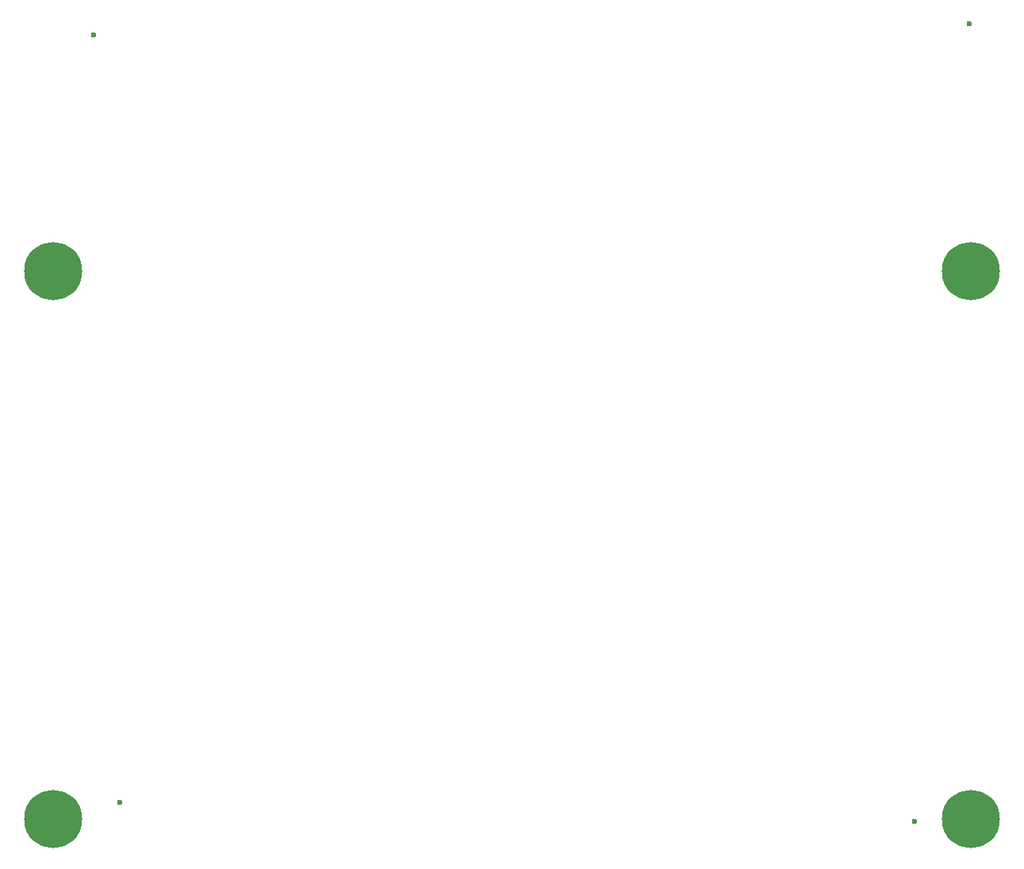
<source format=gbr>
%TF.GenerationSoftware,KiCad,Pcbnew,(5.99.0-9526-g5c17ff0595)*%
%TF.CreationDate,2021-07-07T23:04:21-05:00*%
%TF.ProjectId,Cafebabe Backplate,43616665-6261-4626-9520-4261636b706c,rev?*%
%TF.SameCoordinates,Original*%
%TF.FileFunction,Copper,L2,Bot*%
%TF.FilePolarity,Positive*%
%FSLAX46Y46*%
G04 Gerber Fmt 4.6, Leading zero omitted, Abs format (unit mm)*
G04 Created by KiCad (PCBNEW (5.99.0-9526-g5c17ff0595)) date 2021-07-07 23:04:21*
%MOMM*%
%LPD*%
G01*
G04 APERTURE LIST*
%TA.AperFunction,ComponentPad*%
%ADD10C,6.200000*%
%TD*%
%TA.AperFunction,ViaPad*%
%ADD11C,0.600000*%
%TD*%
G04 APERTURE END LIST*
D10*
%TO.P,,1*%
%TO.N,N/C*%
X79877817Y-83677817D03*
%TD*%
%TO.P,,1*%
%TO.N,N/C*%
X177777817Y-83677817D03*
%TD*%
%TO.P,,1*%
%TO.N,N/C*%
X177777817Y-142177817D03*
%TD*%
%TO.P,REF\u002A\u002A,1*%
%TO.N,N/C*%
X79877817Y-142177817D03*
%TD*%
D11*
%TO.N,*%
X171800000Y-142400000D03*
X87000000Y-140400000D03*
X84200000Y-58400000D03*
X177600000Y-57200000D03*
%TD*%
M02*

</source>
